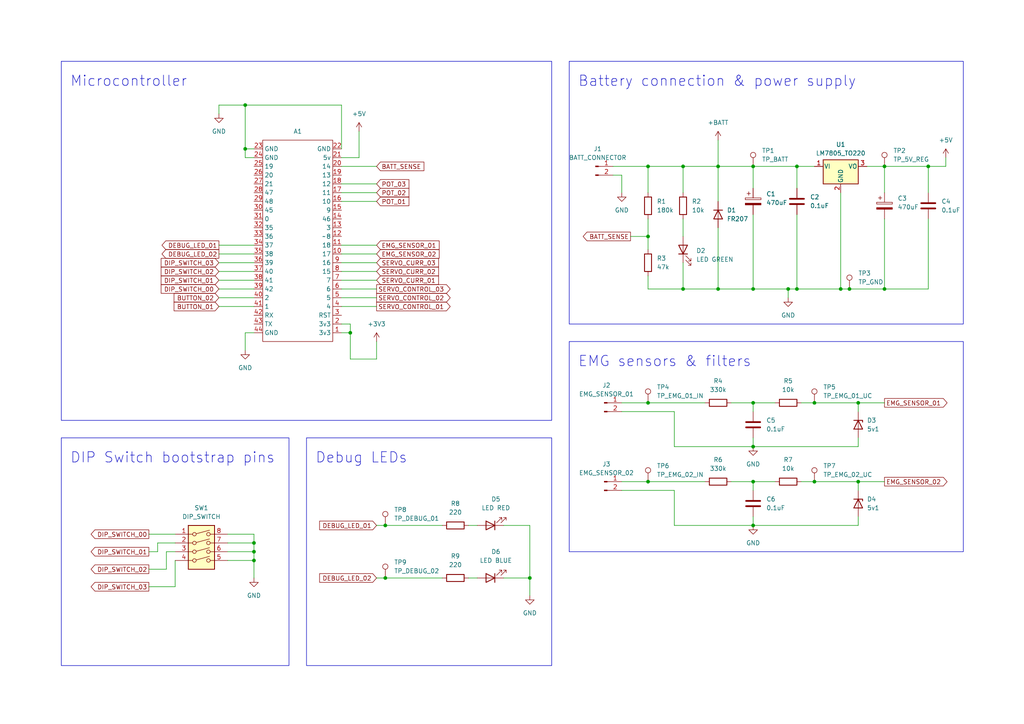
<source format=kicad_sch>
(kicad_sch (version 20230121) (generator eeschema)
  (paper "A4")
  (title_block (title "ProstheticHandV2") (date "2023-10-23") (rev "v1.0"))
  (lib_symbols
    (symbol "Connector:Conn_01x02_Pin" (pin_names (offset 1.016) hide)
      (property "Reference" "J" (at 0 2.54 0))
      (property "Value" "Conn_01x02_Pin" (at 0 -5.08 0))
      (symbol "Conn_01x02_Pin_1_1"
        (polyline (pts (xy 1.27 -2.54) (xy 0.8636 -2.54)) (stroke (width 0.1524)))
        (polyline (pts (xy 1.27 0) (xy 0.8636 0)) (stroke (width 0.1524)))
        (rectangle (start 0.8636 -2.413) (end 0 -2.667) (stroke (width 0.1524)) (fill (type outline)))
        (rectangle (start 0.8636 0.127) (end 0 -0.127) (stroke (width 0.1524)) (fill (type outline)))
        (pin passive line (at 5.08 0 180) (length 3.81) (name "Pin_1") (number "1"))
        (pin passive line (at 5.08 -2.54 180) (length 3.81) (name "Pin_2") (number "2"))
      )
    )
    (symbol "Connector:TestPoint" (pin_numbers hide) (pin_names (offset 0.762) hide)
      (property "Reference" "TP" (at 0 6.858 0))
      (property "Value" "TestPoint" (at 0 5.08 0))
      (symbol "TestPoint_0_1"
        (circle (center 0 3.302) (radius 0.762))
      )
      (symbol "TestPoint_1_1"
        (pin passive line (at 0 0 90) (length 2.54) (name "1") (number "1"))
      )
    )
    (symbol "Device:C" (pin_numbers hide) (pin_names (offset 0.254))
      (property "Reference" "C" (at 0.635 2.54 0))
      (property "Value" "C" (at 0.635 -2.54 0))
      (symbol "C_0_1"
        (polyline (pts (xy -2.032 -0.762) (xy 2.032 -0.762)) (stroke (width 0.508)))
        (polyline (pts (xy -2.032 0.762) (xy 2.032 0.762)) (stroke (width 0.508)))
      )
      (symbol "C_1_1"
        (pin passive line (at 0 3.81 270) (length 2.794) (name "~") (number "1"))
        (pin passive line (at 0 -3.81 90) (length 2.794) (name "~") (number "2"))
      )
    )
    (symbol "Device:C_Polarized" (pin_numbers hide) (pin_names (offset 0.254))
      (property "Reference" "C" (at 0.635 2.54 0))
      (property "Value" "C_Polarized" (at 0.635 -2.54 0))
      (symbol "C_Polarized_0_1"
        (rectangle (start -2.286 0.508) (end 2.286 1.016))
        (polyline (pts (xy -1.778 2.286) (xy -0.762 2.286)))
        (polyline (pts (xy -1.27 2.794) (xy -1.27 1.778)))
        (rectangle (start 2.286 -0.508) (end -2.286 -1.016) (fill (type outline)))
      )
      (symbol "C_Polarized_1_1"
        (pin passive line (at 0 3.81 270) (length 2.794) (name "~") (number "1"))
        (pin passive line (at 0 -3.81 90) (length 2.794) (name "~") (number "2"))
      )
    )
    (symbol "Device:D" (pin_numbers hide) (pin_names (offset 1.016) hide)
      (property "Reference" "D" (at 0 2.54 0))
      (property "Value" "D" (at 0 -2.54 0))
      (symbol "D_0_1"
        (polyline (pts (xy -1.27 1.27) (xy -1.27 -1.27)) (stroke (width 0.254)))
        (polyline (pts (xy 1.27 0) (xy -1.27 0)))
        (polyline (pts (xy 1.27 1.27) (xy 1.27 -1.27) (xy -1.27 0) (xy 1.27 1.27)) (stroke (width 0.254)))
      )
      (symbol "D_1_1"
        (pin passive line (at -3.81 0 0) (length 2.54) (name "K") (number "1"))
        (pin passive line (at 3.81 0 180) (length 2.54) (name "A") (number "2"))
      )
    )
    (symbol "Device:D_Zener" (pin_numbers hide) (pin_names (offset 1.016) hide)
      (property "Reference" "D" (at 0 2.54 0))
      (property "Value" "D_Zener" (at 0 -2.54 0))
      (symbol "D_Zener_0_1"
        (polyline (pts (xy 1.27 0) (xy -1.27 0)))
        (polyline (pts (xy -1.27 -1.27) (xy -1.27 1.27) (xy -0.762 1.27)) (stroke (width 0.254)))
        (polyline (pts (xy 1.27 -1.27) (xy 1.27 1.27) (xy -1.27 0) (xy 1.27 -1.27)) (stroke (width 0.254)))
      )
      (symbol "D_Zener_1_1"
        (pin passive line (at -3.81 0 0) (length 2.54) (name "K") (number "1"))
        (pin passive line (at 3.81 0 180) (length 2.54) (name "A") (number "2"))
      )
    )
    (symbol "Device:LED" (pin_numbers hide) (pin_names (offset 1.016) hide)
      (property "Reference" "D" (at 0 2.54 0))
      (property "Value" "LED" (at 0 -2.54 0))
      (symbol "LED_0_1"
        (polyline (pts (xy -1.27 -1.27) (xy -1.27 1.27)) (stroke (width 0.254)))
        (polyline (pts (xy -1.27 0) (xy 1.27 0)))
        (polyline (pts (xy 1.27 -1.27) (xy 1.27 1.27) (xy -1.27 0) (xy 1.27 -1.27)) (stroke (width 0.254)))
        (polyline (pts (xy -3.048 -0.762) (xy -4.572 -2.286) (xy -3.81 -2.286) (xy -4.572 -2.286) (xy -4.572 -1.524)))
        (polyline (pts (xy -1.778 -0.762) (xy -3.302 -2.286) (xy -2.54 -2.286) (xy -3.302 -2.286) (xy -3.302 -1.524)))
      )
      (symbol "LED_1_1"
        (pin passive line (at -3.81 0 0) (length 2.54) (name "K") (number "1"))
        (pin passive line (at 3.81 0 180) (length 2.54) (name "A") (number "2"))
      )
    )
    (symbol "Device:R" (pin_numbers hide) (pin_names (offset 0))
      (property "Reference" "R" (at 2.032 0 90))
      (property "Value" "R" (at 0 0 90))
      (symbol "R_0_1"
        (rectangle (start -1.016 -2.54) (end 1.016 2.54) (stroke (width 0.254)))
      )
      (symbol "R_1_1"
        (pin passive line (at 0 3.81 270) (length 1.27) (name "~") (number "1"))
        (pin passive line (at 0 -3.81 90) (length 1.27) (name "~") (number "2"))
      )
    )
    (symbol "MyLibrary:ESP32_S3_DevBoard"
      (property "Reference" "A" (at 0 2.54 0))
      (symbol "ESP32_S3_DevBoard_0_1"
        (rectangle (start -10.16 27.94) (end 10.16 -30.48))
      )
      (symbol "ESP32_S3_DevBoard_1_1"
        (pin input line (at 12.7 -27.94 180) (length 2.54) (name "3v3") (number "1"))
        (pin input line (at 12.7 -5.08 180) (length 2.54) (name "17") (number "10"))
        (pin input line (at 12.7 -2.54 180) (length 2.54) (name "18") (number "11"))
        (pin input line (at 12.7 0 180) (length 2.54) (name "8") (number "12"))
        (pin input line (at 12.7 2.54 180) (length 2.54) (name "3") (number "13"))
        (pin input line (at 12.7 5.08 180) (length 2.54) (name "46") (number "14"))
        (pin input line (at 12.7 7.62 180) (length 2.54) (name "9") (number "15"))
        (pin input line (at 12.7 10.16 180) (length 2.54) (name "10") (number "16"))
        (pin input line (at 12.7 12.7 180) (length 2.54) (name "11") (number "17"))
        (pin input line (at 12.7 15.24 180) (length 2.54) (name "12") (number "18"))
        (pin input line (at 12.7 17.78 180) (length 2.54) (name "13") (number "19"))
        (pin input line (at 12.7 -25.4 180) (length 2.54) (name "3v3") (number "2"))
        (pin input line (at 12.7 20.32 180) (length 2.54) (name "14") (number "20"))
        (pin input line (at 12.7 22.86 180) (length 2.54) (name "5v") (number "21"))
        (pin input line (at 12.7 25.4 180) (length 2.54) (name "GND") (number "22"))
        (pin input line (at -12.7 25.4 0) (length 2.54) (name "GND") (number "23"))
        (pin input line (at -12.7 22.86 0) (length 2.54) (name "GND") (number "24"))
        (pin input line (at -12.7 20.32 0) (length 2.54) (name "19") (number "25"))
        (pin input line (at -12.7 17.78 0) (length 2.54) (name "20") (number "26"))
        (pin input line (at -12.7 15.24 0) (length 2.54) (name "21") (number "27"))
        (pin input line (at -12.7 12.7 0) (length 2.54) (name "47") (number "28"))
        (pin input line (at -12.7 10.16 0) (length 2.54) (name "48") (number "29"))
        (pin input line (at 12.7 -22.86 180) (length 2.54) (name "RST") (number "3"))
        (pin input line (at -12.7 7.62 0) (length 2.54) (name "45") (number "30"))
        (pin input line (at -12.7 5.08 0) (length 2.54) (name "0") (number "31"))
        (pin input line (at -12.7 2.54 0) (length 2.54) (name "35") (number "32"))
        (pin input line (at -12.7 0 0) (length 2.54) (name "36") (number "33"))
        (pin input line (at -12.7 -2.54 0) (length 2.54) (name "37") (number "34"))
        (pin input line (at -12.7 -5.08 0) (length 2.54) (name "38") (number "35"))
        (pin input line (at -12.7 -7.62 0) (length 2.54) (name "39") (number "36"))
        (pin input line (at -12.7 -10.16 0) (length 2.54) (name "40") (number "37"))
        (pin input line (at -12.7 -12.7 0) (length 2.54) (name "41") (number "38"))
        (pin input line (at -12.7 -15.24 0) (length 2.54) (name "42") (number "39"))
        (pin input line (at 12.7 -20.32 180) (length 2.54) (name "4") (number "4"))
        (pin input line (at -12.7 -17.78 0) (length 2.54) (name "2") (number "40"))
        (pin input line (at -12.7 -20.32 0) (length 2.54) (name "1") (number "41"))
        (pin input line (at -12.7 -22.86 0) (length 2.54) (name "RX") (number "42"))
        (pin input line (at -12.7 -25.4 0) (length 2.54) (name "TX") (number "43"))
        (pin input line (at -12.7 -27.94 0) (length 2.54) (name "GND") (number "44"))
        (pin input line (at 12.7 -17.78 180) (length 2.54) (name "5") (number "5"))
        (pin input line (at 12.7 -15.24 180) (length 2.54) (name "6") (number "6"))
        (pin input line (at 12.7 -12.7 180) (length 2.54) (name "7") (number "7"))
        (pin input line (at 12.7 -10.16 180) (length 2.54) (name "15") (number "8"))
        (pin input line (at 12.7 -7.62 180) (length 2.54) (name "16") (number "9"))
      )
    )
    (symbol "Regulator_Linear:LM7805_TO220" (pin_names (offset 0.254))
      (property "Reference" "U" (at -3.81 3.175 0))
      (property "Value" "LM7805_TO220" (at 0 3.175 0))
      (symbol "LM7805_TO220_0_1"
        (rectangle (start -5.08 1.905) (end 5.08 -5.08) (stroke (width 0.254)) (fill (type background)))
      )
      (symbol "LM7805_TO220_1_1"
        (pin power_in line (at -7.62 0 0) (length 2.54) (name "VI") (number "1"))
        (pin power_in line (at 0 -7.62 90) (length 2.54) (name "GND") (number "2"))
        (pin power_out line (at 7.62 0 180) (length 2.54) (name "VO") (number "3"))
      )
    )
    (symbol "Switch:SW_DIP_x04" (pin_names (offset 0) hide)
      (property "Reference" "SW" (at 0 8.89 0))
      (property "Value" "SW_DIP_x04" (at 0 -6.35 0))
      (symbol "SW_DIP_x04_0_0"
        (circle (center -2.032 -2.54) (radius 0.508))
        (circle (center -2.032 0) (radius 0.508))
        (circle (center -2.032 2.54) (radius 0.508))
        (circle (center -2.032 5.08) (radius 0.508))
        (polyline (pts (xy -1.524 -2.3876) (xy 2.3622 -1.3462)))
        (polyline (pts (xy -1.524 0.127) (xy 2.3622 1.1684)))
        (polyline (pts (xy -1.524 2.667) (xy 2.3622 3.7084)))
        (polyline (pts (xy -1.524 5.207) (xy 2.3622 6.2484)))
        (circle (center 2.032 -2.54) (radius 0.508))
        (circle (center 2.032 0) (radius 0.508))
        (circle (center 2.032 2.54) (radius 0.508))
        (circle (center 2.032 5.08) (radius 0.508))
      )
      (symbol "SW_DIP_x04_0_1"
        (rectangle (start -3.81 7.62) (end 3.81 -5.08) (stroke (width 0.254)) (fill (type background)))
      )
      (symbol "SW_DIP_x04_1_1"
        (pin passive line (at -7.62 5.08 0) (length 5.08) (name "~") (number "1"))
        (pin passive line (at -7.62 2.54 0) (length 5.08) (name "~") (number "2"))
        (pin passive line (at -7.62 0 0) (length 5.08) (name "~") (number "3"))
        (pin passive line (at -7.62 -2.54 0) (length 5.08) (name "~") (number "4"))
        (pin passive line (at 7.62 -2.54 180) (length 5.08) (name "~") (number "5"))
        (pin passive line (at 7.62 0 180) (length 5.08) (name "~") (number "6"))
        (pin passive line (at 7.62 2.54 180) (length 5.08) (name "~") (number "7"))
        (pin passive line (at 7.62 5.08 180) (length 5.08) (name "~") (number "8"))
      )
    )
    (symbol "power:+3V3" (power) (pin_names (offset 0))
      (property "Value" "+3V3" (at 0 3.556 0))
      (symbol "+3V3_0_1"
        (polyline (pts (xy -0.762 1.27) (xy 0 2.54)))
        (polyline (pts (xy 0 0) (xy 0 2.54)))
        (polyline (pts (xy 0 2.54) (xy 0.762 1.27)))
      )
      (symbol "+3V3_1_1"
        (pin power_in line (at 0 0 90) (length 0) hide (name "+3V3") (number "1"))
      )
    )
    (symbol "power:+5V" (power) (pin_names (offset 0))
      (property "Value" "+5V" (at 0 3.556 0))
      (symbol "+5V_0_1"
        (polyline (pts (xy -0.762 1.27) (xy 0 2.54)))
        (polyline (pts (xy 0 0) (xy 0 2.54)))
        (polyline (pts (xy 0 2.54) (xy 0.762 1.27)))
      )
      (symbol "+5V_1_1"
        (pin power_in line (at 0 0 90) (length 0) hide (name "+5V") (number "1"))
      )
    )
    (symbol "power:+BATT" (power) (pin_names (offset 0))
      (property "Value" "+BATT" (at 0 3.556 0))
      (symbol "+BATT_0_1"
        (polyline (pts (xy -0.762 1.27) (xy 0 2.54)))
        (polyline (pts (xy 0 0) (xy 0 2.54)))
        (polyline (pts (xy 0 2.54) (xy 0.762 1.27)))
      )
      (symbol "+BATT_1_1"
        (pin power_in line (at 0 0 90) (length 0) hide (name "+BATT") (number "1"))
      )
    )
    (symbol "power:GND" (power) (pin_names (offset 0))
      (property "Value" "GND" (at 0 -3.81 0))
      (symbol "GND_0_1"
        (polyline (pts (xy 0 0) (xy 0 -1.27) (xy 1.27 -1.27) (xy 0 -2.54) (xy -1.27 -1.27) (xy 0 -1.27)))
      )
      (symbol "GND_1_1"
        (pin power_in line (at 0 0 270) (length 0) hide (name "GND") (number "1"))
      )
    )
  )
  (junction (at 236.22 116.84))
  (junction (at 218.44 116.84))
  (junction (at 218.44 139.7))
  (junction (at 243.84 83.82))
  (junction (at 73.66 157.48))
  (junction (at 218.44 152.4))
  (junction (at 228.6 83.82))
  (junction (at 269.24 48.26))
  (junction (at 208.28 83.82))
  (junction (at 187.96 48.26))
  (junction (at 71.12 43.18))
  (junction (at 256.54 48.26))
  (junction (at 111.76 167.64))
  (junction (at 198.12 48.26))
  (junction (at 218.44 83.82))
  (junction (at 208.28 48.26))
  (junction (at 71.12 30.48))
  (junction (at 231.14 83.82))
  (junction (at 111.76 152.4))
  (junction (at 231.14 48.26))
  (junction (at 153.67 167.64))
  (junction (at 187.96 139.7))
  (junction (at 73.66 162.56))
  (junction (at 256.54 83.82))
  (junction (at 236.22 139.7))
  (junction (at 218.44 129.54))
  (junction (at 246.38 83.82))
  (junction (at 187.96 68.58))
  (junction (at 198.12 83.82))
  (junction (at 101.6 96.52))
  (junction (at 218.44 48.26))
  (junction (at 248.92 139.7))
  (junction (at 248.92 116.84))
  (junction (at 73.66 160.02))
  (junction (at 187.96 116.84))
  (wire (pts (xy 248.92 152.4) (xy 248.92 149.86)))
  (wire (pts (xy 99.06 45.72) (xy 104.14 45.72)))
  (wire (pts (xy 66.04 162.56) (xy 73.66 162.56)))
  (wire (pts (xy 218.44 129.54) (xy 248.92 129.54)))
  (wire (pts (xy 218.44 116.84) (xy 218.44 119.38)))
  (wire (pts (xy 228.6 83.82) (xy 218.44 83.82)))
  (wire (pts (xy 63.5 78.74) (xy 73.66 78.74)))
  (wire (pts (xy 180.34 139.7) (xy 187.96 139.7)))
  (wire (pts (xy 208.28 58.42) (xy 208.28 48.26)))
  (wire (pts (xy 73.66 96.52) (xy 71.12 96.52)))
  (wire (pts (xy 63.5 76.2) (xy 73.66 76.2)))
  (wire (pts (xy 71.12 96.52) (xy 71.12 101.6)))
  (wire (pts (xy 248.92 116.84) (xy 248.92 119.38)))
  (wire (pts (xy 99.06 58.42) (xy 109.22 58.42)))
  (wire (pts (xy 99.06 93.98) (xy 101.6 93.98)))
  (wire (pts (xy 111.76 167.64) (xy 128.27 167.64)))
  (wire (pts (xy 251.46 48.26) (xy 256.54 48.26)))
  (wire (pts (xy 109.22 99.06) (xy 109.22 104.14)))
  (wire (pts (xy 177.8 48.26) (xy 187.96 48.26)))
  (wire (pts (xy 48.26 165.1) (xy 48.26 160.02)))
  (wire (pts (xy 71.12 43.18) (xy 71.12 30.48)))
  (wire (pts (xy 146.05 167.64) (xy 153.67 167.64)))
  (wire (pts (xy 99.06 86.36) (xy 109.22 86.36)))
  (wire (pts (xy 73.66 162.56) (xy 73.66 167.64)))
  (wire (pts (xy 208.28 48.26) (xy 218.44 48.26)))
  (wire (pts (xy 248.92 129.54) (xy 248.92 127)))
  (wire (pts (xy 99.06 76.2) (xy 109.22 76.2)))
  (wire (pts (xy 195.58 142.24) (xy 195.58 152.4)))
  (wire (pts (xy 236.22 116.84) (xy 248.92 116.84)))
  (wire (pts (xy 109.22 152.4) (xy 111.76 152.4)))
  (wire (pts (xy 109.22 167.64) (xy 111.76 167.64)))
  (wire (pts (xy 66.04 157.48) (xy 73.66 157.48)))
  (wire (pts (xy 63.5 86.36) (xy 73.66 86.36)))
  (wire (pts (xy 195.58 152.4) (xy 218.44 152.4)))
  (wire (pts (xy 43.18 165.1) (xy 48.26 165.1)))
  (wire (pts (xy 187.96 139.7) (xy 204.47 139.7)))
  (wire (pts (xy 73.66 157.48) (xy 73.66 160.02)))
  (wire (pts (xy 236.22 139.7) (xy 248.92 139.7)))
  (wire (pts (xy 99.06 96.52) (xy 101.6 96.52)))
  (wire (pts (xy 104.14 45.72) (xy 104.14 38.1)))
  (wire (pts (xy 212.09 139.7) (xy 218.44 139.7)))
  (wire (pts (xy 43.18 154.94) (xy 50.8 154.94)))
  (wire (pts (xy 63.5 81.28) (xy 73.66 81.28)))
  (wire (pts (xy 248.92 116.84) (xy 256.54 116.84)))
  (wire (pts (xy 73.66 45.72) (xy 71.12 45.72)))
  (wire (pts (xy 218.44 116.84) (xy 224.79 116.84)))
  (wire (pts (xy 195.58 119.38) (xy 195.58 129.54)))
  (wire (pts (xy 198.12 48.26) (xy 208.28 48.26)))
  (wire (pts (xy 256.54 48.26) (xy 269.24 48.26)))
  (wire (pts (xy 218.44 62.23) (xy 218.44 83.82)))
  (wire (pts (xy 274.32 48.26) (xy 274.32 45.72)))
  (wire (pts (xy 231.14 48.26) (xy 236.22 48.26)))
  (wire (pts (xy 99.06 48.26) (xy 109.22 48.26)))
  (wire (pts (xy 256.54 48.26) (xy 256.54 55.88)))
  (wire (pts (xy 177.8 50.8) (xy 180.34 50.8)))
  (wire (pts (xy 218.44 139.7) (xy 224.79 139.7)))
  (wire (pts (xy 63.5 71.12) (xy 73.66 71.12)))
  (wire (pts (xy 218.44 139.7) (xy 218.44 142.24)))
  (wire (pts (xy 269.24 63.5) (xy 269.24 83.82)))
  (wire (pts (xy 63.5 83.82) (xy 73.66 83.82)))
  (wire (pts (xy 153.67 167.64) (xy 153.67 172.72)))
  (wire (pts (xy 187.96 80.01) (xy 187.96 83.82)))
  (wire (pts (xy 187.96 68.58) (xy 187.96 72.39)))
  (wire (pts (xy 43.18 170.18) (xy 50.8 170.18)))
  (wire (pts (xy 73.66 154.94) (xy 73.66 157.48)))
  (wire (pts (xy 195.58 129.54) (xy 218.44 129.54)))
  (wire (pts (xy 208.28 83.82) (xy 218.44 83.82)))
  (wire (pts (xy 246.38 83.82) (xy 256.54 83.82)))
  (wire (pts (xy 99.06 83.82) (xy 109.22 83.82)))
  (wire (pts (xy 63.5 73.66) (xy 73.66 73.66)))
  (wire (pts (xy 218.44 152.4) (xy 218.44 149.86)))
  (wire (pts (xy 198.12 63.5) (xy 198.12 68.58)))
  (wire (pts (xy 101.6 96.52) (xy 101.6 104.14)))
  (wire (pts (xy 99.06 71.12) (xy 109.22 71.12)))
  (wire (pts (xy 111.76 152.4) (xy 128.27 152.4)))
  (wire (pts (xy 63.5 88.9) (xy 73.66 88.9)))
  (wire (pts (xy 232.41 116.84) (xy 236.22 116.84)))
  (wire (pts (xy 180.34 116.84) (xy 187.96 116.84)))
  (wire (pts (xy 218.44 129.54) (xy 218.44 127)))
  (wire (pts (xy 218.44 152.4) (xy 248.92 152.4)))
  (wire (pts (xy 187.96 63.5) (xy 187.96 68.58)))
  (wire (pts (xy 101.6 104.14) (xy 109.22 104.14)))
  (wire (pts (xy 187.96 48.26) (xy 198.12 48.26)))
  (wire (pts (xy 99.06 78.74) (xy 109.22 78.74)))
  (wire (pts (xy 71.12 43.18) (xy 73.66 43.18)))
  (wire (pts (xy 208.28 66.04) (xy 208.28 83.82)))
  (wire (pts (xy 248.92 139.7) (xy 256.54 139.7)))
  (wire (pts (xy 135.89 152.4) (xy 138.43 152.4)))
  (wire (pts (xy 45.72 157.48) (xy 50.8 157.48)))
  (wire (pts (xy 146.05 152.4) (xy 153.67 152.4)))
  (wire (pts (xy 66.04 160.02) (xy 73.66 160.02)))
  (wire (pts (xy 187.96 48.26) (xy 187.96 55.88)))
  (wire (pts (xy 269.24 83.82) (xy 256.54 83.82)))
  (wire (pts (xy 228.6 83.82) (xy 228.6 86.36)))
  (wire (pts (xy 99.06 55.88) (xy 109.22 55.88)))
  (wire (pts (xy 66.04 154.94) (xy 73.66 154.94)))
  (wire (pts (xy 269.24 48.26) (xy 269.24 55.88)))
  (wire (pts (xy 208.28 40.64) (xy 208.28 48.26)))
  (wire (pts (xy 231.14 83.82) (xy 228.6 83.82)))
  (wire (pts (xy 45.72 160.02) (xy 45.72 157.48)))
  (wire (pts (xy 63.5 30.48) (xy 63.5 33.02)))
  (wire (pts (xy 71.12 30.48) (xy 99.06 30.48)))
  (wire (pts (xy 153.67 152.4) (xy 153.67 167.64)))
  (wire (pts (xy 182.88 68.58) (xy 187.96 68.58)))
  (wire (pts (xy 218.44 48.26) (xy 218.44 54.61)))
  (wire (pts (xy 63.5 30.48) (xy 71.12 30.48)))
  (wire (pts (xy 248.92 139.7) (xy 248.92 142.24)))
  (wire (pts (xy 198.12 48.26) (xy 198.12 55.88)))
  (wire (pts (xy 180.34 50.8) (xy 180.34 55.88)))
  (wire (pts (xy 101.6 93.98) (xy 101.6 96.52)))
  (wire (pts (xy 48.26 160.02) (xy 50.8 160.02)))
  (wire (pts (xy 187.96 83.82) (xy 198.12 83.82)))
  (wire (pts (xy 231.14 48.26) (xy 231.14 54.61)))
  (wire (pts (xy 256.54 83.82) (xy 256.54 63.5)))
  (wire (pts (xy 198.12 76.2) (xy 198.12 83.82)))
  (wire (pts (xy 243.84 55.88) (xy 243.84 83.82)))
  (wire (pts (xy 180.34 119.38) (xy 195.58 119.38)))
  (wire (pts (xy 135.89 167.64) (xy 138.43 167.64)))
  (wire (pts (xy 187.96 116.84) (xy 204.47 116.84)))
  (wire (pts (xy 99.06 53.34) (xy 109.22 53.34)))
  (wire (pts (xy 99.06 30.48) (xy 99.06 43.18)))
  (wire (pts (xy 243.84 83.82) (xy 246.38 83.82)))
  (wire (pts (xy 71.12 45.72) (xy 71.12 43.18)))
  (wire (pts (xy 99.06 81.28) (xy 109.22 81.28)))
  (wire (pts (xy 43.18 160.02) (xy 45.72 160.02)))
  (wire (pts (xy 99.06 88.9) (xy 109.22 88.9)))
  (wire (pts (xy 243.84 83.82) (xy 231.14 83.82)))
  (wire (pts (xy 269.24 48.26) (xy 274.32 48.26)))
  (wire (pts (xy 232.41 139.7) (xy 236.22 139.7)))
  (wire (pts (xy 99.06 73.66) (xy 109.22 73.66)))
  (wire (pts (xy 212.09 116.84) (xy 218.44 116.84)))
  (wire (pts (xy 231.14 62.23) (xy 231.14 83.82)))
  (wire (pts (xy 180.34 142.24) (xy 195.58 142.24)))
  (wire (pts (xy 218.44 48.26) (xy 231.14 48.26)))
  (wire (pts (xy 198.12 83.82) (xy 208.28 83.82)))
  (wire (pts (xy 50.8 170.18) (xy 50.8 162.56)))
  (wire (pts (xy 73.66 160.02) (xy 73.66 162.56)))
  (rectangle (start 165.1 17.78) (end 279.4 93.98))
  (rectangle (start 165.1 99.06) (end 279.4 160.02))
  (rectangle (start 17.78 127) (end 83.82 193.04))
  (rectangle (start 17.78 17.78) (end 160.02 121.92))
  (rectangle (start 88.9 127) (end 160.02 193.04))
  (text "Battery connection & power supply" (at 167.64 25.4 0) (effects (font (size 3 3)) (justify left bottom)))
  (text "Debug LEDs" (at 91.44 134.62 0) (effects (font (size 3 3)) (justify left bottom)))
  (text "Microcontroller" (at 20.32 25.4 0) (effects (font (size 3 3)) (justify left bottom)))
  (text "DIP Switch bootstrap pins" (at 20.32 134.62 0) (effects (font (size 3 3)) (justify left bottom)))
  (text "EMG sensors & filters" (at 167.64 106.68 0) (effects (font (size 3 3)) (justify left bottom)))
  (global_label "EMG_SENSOR_02" (shape output) (at 256.54 139.7 0) (property "Intersheetrefs" "${INTERSHEET_REFS}" (effects hide)))
  (global_label "EMG_SENSOR_01" (shape input) (at 109.22 71.12 0) (property "Intersheetrefs" "${INTERSHEET_REFS}" (effects hide)))
  (global_label "POT_01" (shape input) (at 109.22 58.42 0) (property "Intersheetrefs" "${INTERSHEET_REFS}" (effects hide)))
  (global_label "DIP_SWITCH_00" (shape output) (at 43.18 154.94 180) (property "Intersheetrefs" "${INTERSHEET_REFS}" (effects hide)))
  (global_label "DIP_SWITCH_00" (shape input) (at 63.5 83.82 180) (property "Intersheetrefs" "${INTERSHEET_REFS}" (effects hide)))
  (global_label "BUTTON_01" (shape input) (at 63.5 88.9 180) (property "Intersheetrefs" "${INTERSHEET_REFS}" (effects hide)))
  (global_label "SERVO_CURR_02" (shape input) (at 109.22 78.74 0) (property "Intersheetrefs" "${INTERSHEET_REFS}" (effects hide)))
  (global_label "SERVO_CURR_03" (shape input) (at 109.22 76.2 0) (property "Intersheetrefs" "${INTERSHEET_REFS}" (effects hide)))
  (global_label "DIP_SWITCH_02" (shape output) (at 43.18 165.1 180) (property "Intersheetrefs" "${INTERSHEET_REFS}" (effects hide)))
  (global_label "BATT_SENSE" (shape input) (at 109.22 48.26 0) (property "Intersheetrefs" "${INTERSHEET_REFS}" (effects hide)))
  (global_label "SERVO_CURR_01" (shape input) (at 109.22 81.28 0) (property "Intersheetrefs" "${INTERSHEET_REFS}" (effects hide)))
  (global_label "DIP_SWITCH_02" (shape input) (at 63.5 78.74 180) (property "Intersheetrefs" "${INTERSHEET_REFS}" (effects hide)))
  (global_label "POT_02" (shape input) (at 109.22 55.88 0) (property "Intersheetrefs" "${INTERSHEET_REFS}" (effects hide)))
  (global_label "DIP_SWITCH_03" (shape output) (at 43.18 170.18 180) (property "Intersheetrefs" "${INTERSHEET_REFS}" (effects hide)))
  (global_label "DEBUG_LED_01" (shape input) (at 109.22 152.4 180) (property "Intersheetrefs" "${INTERSHEET_REFS}" (effects hide)))
  (global_label "DEBUG_LED_02" (shape input) (at 109.22 167.64 180) (property "Intersheetrefs" "${INTERSHEET_REFS}" (effects hide)))
  (global_label "BUTTON_02" (shape input) (at 63.5 86.36 180) (property "Intersheetrefs" "${INTERSHEET_REFS}" (effects hide)))
  (global_label "DIP_SWITCH_01" (shape input) (at 63.5 81.28 180) (property "Intersheetrefs" "${INTERSHEET_REFS}" (effects hide)))
  (global_label "EMG_SENSOR_01" (shape output) (at 256.54 116.84 0) (property "Intersheetrefs" "${INTERSHEET_REFS}" (effects hide)))
  (global_label "DIP_SWITCH_03" (shape input) (at 63.5 76.2 180) (property "Intersheetrefs" "${INTERSHEET_REFS}" (effects hide)))
  (global_label "EMG_SENSOR_02" (shape input) (at 109.22 73.66 0) (property "Intersheetrefs" "${INTERSHEET_REFS}" (effects hide)))
  (global_label "SERVO_CONTROL_01" (shape output) (at 109.22 88.9 0) (property "Intersheetrefs" "${INTERSHEET_REFS}" (effects hide)))
  (global_label "DEBUG_LED_02" (shape output) (at 63.5 73.66 180) (property "Intersheetrefs" "${INTERSHEET_REFS}" (effects hide)))
  (global_label "POT_03" (shape input) (at 109.22 53.34 0) (property "Intersheetrefs" "${INTERSHEET_REFS}" (effects hide)))
  (global_label "DEBUG_LED_01" (shape output) (at 63.5 71.12 180) (property "Intersheetrefs" "${INTERSHEET_REFS}" (effects hide)))
  (global_label "BATT_SENSE" (shape output) (at 182.88 68.58 180) (property "Intersheetrefs" "${INTERSHEET_REFS}" (effects hide)))
  (global_label "DIP_SWITCH_01" (shape output) (at 43.18 160.02 180) (property "Intersheetrefs" "${INTERSHEET_REFS}" (effects hide)))
  (global_label "SERVO_CONTROL_03" (shape output) (at 109.22 83.82 0) (property "Intersheetrefs" "${INTERSHEET_REFS}" (effects hide)))
  (global_label "SERVO_CONTROL_02" (shape output) (at 109.22 86.36 0) (property "Intersheetrefs" "${INTERSHEET_REFS}" (effects hide)))
  (symbol (lib_id "Device:C_Polarized") (at 218.44 58.42 0) (unit 1)
    (property "Reference" "C1" (at 222.25 56.261 0) (effects (justify left)))
    (property "Value" "470uF" (at 222.25 58.801 0) (effects (justify left)))
    (property "Footprint" "Capacitor_THT:CP_Radial_D8.0mm_P3.50mm" (effects hide))
  )
  (symbol (lib_id "power:GND") (at 228.6 86.36 0) (unit 1)
    (property "Reference" "#PWR06" (effects hide))
    (property "Value" "GND" (at 228.6 91.44 0))
  )
  (symbol (lib_id "Device:D_Zener") (at 248.92 123.19 270) (unit 1)
    (property "Reference" "D3" (at 251.46 121.92 90) (effects (justify left)))
    (property "Value" "5v1" (at 251.46 124.46 90) (effects (justify left)))
    (property "Footprint" "Diode_THT:D_T-1_P5.08mm_Horizontal" (effects hide))
  )
  (symbol (lib_id "power:+5V") (at 274.32 45.72 0) (unit 1)
    (property "Reference" "#PWR04" (effects hide))
    (property "Value" "+5V" (at 274.32 40.64 0))
  )
  (symbol (lib_id "power:GND") (at 218.44 129.54 0) (unit 1)
    (property "Reference" "#PWR09" (effects hide))
    (property "Value" "GND" (at 218.44 134.62 0))
  )
  (symbol (lib_id "Switch:SW_DIP_x04") (at 58.42 160.02 0) (unit 1)
    (property "Reference" "SW1" (at 58.42 147.32 0))
    (property "Value" "DIP_SWITCH" (at 58.42 149.86 0))
    (property "Footprint" "Button_Switch_THT:SW_DIP_SPSTx04_Slide_9.78x12.34mm_W7.62mm_P2.54mm" (effects hide))
  )
  (symbol (lib_id "Device:C") (at 269.24 59.69 0) (unit 1)
    (property "Reference" "C4" (at 273.05 58.42 0) (effects (justify left)))
    (property "Value" "0.1uF" (at 273.05 60.96 0) (effects (justify left)))
    (property "Footprint" "Capacitor_THT:C_Disc_D3.8mm_W2.6mm_P2.50mm" (effects hide))
  )
  (symbol (lib_id "power:+5V") (at 104.14 38.1 0) (unit 1)
    (property "Reference" "#PWR02" (effects hide))
    (property "Value" "+5V" (at 104.14 33.02 0))
  )
  (symbol (lib_id "Device:R") (at 228.6 139.7 270) (unit 1)
    (property "Reference" "R7" (at 228.6 133.35 90))
    (property "Value" "10k" (at 228.6 135.89 90))
    (property "Footprint" "Resistor_THT:R_Axial_DIN0207_L6.3mm_D2.5mm_P7.62mm_Horizontal" (effects hide))
  )
  (symbol (lib_id "Device:LED") (at 142.24 152.4 180) (unit 1)
    (property "Reference" "D5" (at 143.8275 144.78 0))
    (property "Value" "LED RED" (at 143.8275 147.32 0))
    (property "Footprint" "LED_THT:LED_D5.0mm" (effects hide))
  )
  (symbol (lib_id "power:GND") (at 71.12 101.6 0) (unit 1)
    (property "Reference" "#PWR08" (effects hide))
    (property "Value" "GND" (at 71.12 106.68 0))
  )
  (symbol (lib_id "power:GND") (at 218.44 152.4 0) (unit 1)
    (property "Reference" "#PWR010" (effects hide))
    (property "Value" "GND" (at 218.44 157.48 0))
  )
  (symbol (lib_id "Device:R") (at 198.12 59.69 0) (unit 1)
    (property "Reference" "R2" (at 200.66 58.42 0) (effects (justify left)))
    (property "Value" "10k" (at 200.66 60.96 0) (effects (justify left)))
    (property "Footprint" "Resistor_THT:R_Axial_DIN0207_L6.3mm_D2.5mm_P7.62mm_Horizontal" (effects hide))
  )
  (symbol (lib_id "Regulator_Linear:LM7805_TO220") (at 243.84 48.26 0) (unit 1)
    (property "Reference" "U1" (at 243.84 41.91 0))
    (property "Value" "LM7805_TO220" (at 243.84 44.45 0))
    (property "Footprint" "Package_TO_SOT_THT:TO-220-3_Vertical" (effects hide))
    (property "Datasheet" "https://www.onsemi.cn/PowerSolutions/document/MC7800-D.PDF" (effects hide))
  )
  (symbol (lib_id "Device:R") (at 187.96 59.69 0) (unit 1)
    (property "Reference" "R1" (at 190.5 58.42 0) (effects (justify left)))
    (property "Value" "180k" (at 190.5 60.96 0) (effects (justify left)))
    (property "Footprint" "Resistor_THT:R_Axial_DIN0207_L6.3mm_D2.5mm_P7.62mm_Horizontal" (effects hide))
  )
  (symbol (lib_id "Connector:TestPoint") (at 111.76 167.64 0) (unit 1)
    (property "Reference" "TP9" (at 114.3 163.068 0) (effects (justify left)))
    (property "Value" "TP_DEBUG_02" (at 114.3 165.608 0) (effects (justify left)))
    (property "Footprint" "TestPoint:TestPoint_Pad_D2.5mm" (effects hide))
  )
  (symbol (lib_id "Device:D") (at 208.28 62.23 270) (unit 1)
    (property "Reference" "D1" (at 210.82 60.96 90) (effects (justify left)))
    (property "Value" "FR207" (at 210.82 63.5 90) (effects (justify left)))
    (property "Footprint" "Diode_THT:D_DO-15_P12.70mm_Horizontal" (effects hide))
    (property "Sim.Device" "D" (effects hide))
    (property "Sim.Pins" "1=K 2=A" (effects hide))
  )
  (symbol (lib_id "MyLibrary:ESP32_S3_DevBoard") (at 86.36 68.58 0) (unit 1)
    (property "Reference" "A1" (at 86.36 38.1 0))
    (property "Value" "~" (at 93.98 68.58 0))
    (property "Footprint" "FootprintLibrary:ESP32S3_DevModule" (effects hide))
  )
  (symbol (lib_id "power:GND") (at 73.66 167.64 0) (unit 1)
    (property "Reference" "#PWR011" (effects hide))
    (property "Value" "GND" (at 73.66 172.72 0))
  )
  (symbol (lib_id "Device:LED") (at 142.24 167.64 180) (unit 1)
    (property "Reference" "D6" (at 143.8275 160.02 0))
    (property "Value" "LED BLUE" (at 143.8275 162.56 0))
    (property "Footprint" "LED_THT:LED_D5.0mm" (effects hide))
  )
  (symbol (lib_id "Device:R") (at 208.28 139.7 270) (unit 1)
    (property "Reference" "R6" (at 208.28 133.35 90))
    (property "Value" "330k" (at 208.28 135.89 90))
    (property "Footprint" "Resistor_THT:R_Axial_DIN0207_L6.3mm_D2.5mm_P7.62mm_Horizontal" (effects hide))
  )
  (symbol (lib_id "Device:C") (at 218.44 146.05 0) (unit 1)
    (property "Reference" "C6" (at 222.25 144.78 0) (effects (justify left)))
    (property "Value" "0.1uF" (at 222.25 147.32 0) (effects (justify left)))
    (property "Footprint" "Capacitor_THT:C_Disc_D3.8mm_W2.6mm_P2.50mm" (effects hide))
  )
  (symbol (lib_id "Device:C_Polarized") (at 256.54 59.69 0) (unit 1)
    (property "Reference" "C3" (at 260.35 57.531 0) (effects (justify left)))
    (property "Value" "470uF" (at 260.35 60.071 0) (effects (justify left)))
    (property "Footprint" "Capacitor_THT:CP_Radial_D8.0mm_P3.50mm" (effects hide))
  )
  (symbol (lib_id "Connector:TestPoint") (at 187.96 139.7 0) (unit 1)
    (property "Reference" "TP6" (at 190.5 135.128 0) (effects (justify left)))
    (property "Value" "TP_EMG_02_IN" (at 190.5 137.668 0) (effects (justify left)))
    (property "Footprint" "TestPoint:TestPoint_Pad_D2.5mm" (effects hide))
  )
  (symbol (lib_id "Device:R") (at 187.96 76.2 0) (unit 1)
    (property "Reference" "R3" (at 190.5 74.93 0) (effects (justify left)))
    (property "Value" "47k" (at 190.5 77.47 0) (effects (justify left)))
    (property "Footprint" "Resistor_THT:R_Axial_DIN0207_L6.3mm_D2.5mm_P7.62mm_Horizontal" (effects hide))
  )
  (symbol (lib_id "Device:D_Zener") (at 248.92 146.05 270) (unit 1)
    (property "Reference" "D4" (at 251.46 144.78 90) (effects (justify left)))
    (property "Value" "5v1" (at 251.46 147.32 90) (effects (justify left)))
    (property "Footprint" "Diode_THT:D_T-1_P5.08mm_Horizontal" (effects hide))
  )
  (symbol (lib_id "power:GND") (at 63.5 33.02 0) (unit 1)
    (property "Reference" "#PWR01" (effects hide))
    (property "Value" "GND" (at 63.5 38.1 0))
  )
  (symbol (lib_id "power:+BATT") (at 208.28 40.64 0) (unit 1)
    (property "Reference" "#PWR03" (effects hide))
    (property "Value" "+BATT" (at 208.28 35.56 0))
  )
  (symbol (lib_id "power:GND") (at 153.67 172.72 0) (unit 1)
    (property "Reference" "#PWR012" (effects hide))
    (property "Value" "GND" (at 153.67 177.8 0))
  )
  (symbol (lib_id "Connector:TestPoint") (at 236.22 139.7 0) (unit 1)
    (property "Reference" "TP7" (at 238.76 135.128 0) (effects (justify left)))
    (property "Value" "TP_EMG_02_UC" (at 238.76 137.668 0) (effects (justify left)))
    (property "Footprint" "TestPoint:TestPoint_Pad_D2.5mm" (effects hide))
  )
  (symbol (lib_id "Connector:Conn_01x02_Pin") (at 172.72 48.26 0) (unit 1)
    (property "Reference" "J1" (at 173.355 43.18 0))
    (property "Value" "BATT_CONNECTOR" (at 173.355 45.72 0))
    (property "Footprint" "Connector_JST:JST_XA_B02B-XASK-1_1x02_P2.50mm_Vertical" (effects hide))
  )
  (symbol (lib_id "Connector:TestPoint") (at 236.22 116.84 0) (unit 1)
    (property "Reference" "TP5" (at 238.76 112.268 0) (effects (justify left)))
    (property "Value" "TP_EMG_01_UC" (at 238.76 114.808 0) (effects (justify left)))
    (property "Footprint" "TestPoint:TestPoint_Pad_D2.5mm" (effects hide))
  )
  (symbol (lib_id "Connector:TestPoint") (at 111.76 152.4 0) (unit 1)
    (property "Reference" "TP8" (at 114.3 147.828 0) (effects (justify left)))
    (property "Value" "TP_DEBUG_01" (at 114.3 150.368 0) (effects (justify left)))
    (property "Footprint" "TestPoint:TestPoint_Pad_D2.5mm" (effects hide))
  )
  (symbol (lib_id "Connector:Conn_01x02_Pin") (at 175.26 139.7 0) (unit 1)
    (property "Reference" "J3" (at 175.895 134.62 0))
    (property "Value" "EMG_SENSOR_02" (at 175.895 137.16 0))
    (property "Footprint" "Connector_JST:JST_XA_B02B-XASK-1_1x02_P2.50mm_Vertical" (effects hide))
  )
  (symbol (lib_id "Device:R") (at 208.28 116.84 270) (unit 1)
    (property "Reference" "R4" (at 208.28 110.49 90))
    (property "Value" "330k" (at 208.28 113.03 90))
    (property "Footprint" "Resistor_THT:R_Axial_DIN0207_L6.3mm_D2.5mm_P7.62mm_Horizontal" (effects hide))
  )
  (symbol (lib_id "Connector:TestPoint") (at 256.54 48.26 0) (unit 1)
    (property "Reference" "TP2" (at 259.08 43.688 0) (effects (justify left)))
    (property "Value" "TP_5V_REG" (at 259.08 46.228 0) (effects (justify left)))
    (property "Footprint" "TestPoint:TestPoint_Pad_D2.5mm" (effects hide))
  )
  (symbol (lib_id "Connector:TestPoint") (at 218.44 48.26 0) (unit 1)
    (property "Reference" "TP1" (at 220.98 43.688 0) (effects (justify left)))
    (property "Value" "TP_BATT" (at 220.98 46.228 0) (effects (justify left)))
    (property "Footprint" "TestPoint:TestPoint_Pad_D2.5mm" (effects hide))
  )
  (symbol (lib_id "Connector:TestPoint") (at 246.38 83.82 0) (unit 1)
    (property "Reference" "TP3" (at 248.92 79.248 0) (effects (justify left)))
    (property "Value" "TP_GND" (at 248.92 81.788 0) (effects (justify left)))
    (property "Footprint" "TestPoint:TestPoint_Pad_D2.5mm" (effects hide))
  )
  (symbol (lib_id "Device:R") (at 132.08 152.4 90) (unit 1)
    (property "Reference" "R8" (at 132.08 146.05 90))
    (property "Value" "220" (at 132.08 148.59 90))
    (property "Footprint" "Resistor_THT:R_Axial_DIN0207_L6.3mm_D2.5mm_P7.62mm_Horizontal" (effects hide))
  )
  (symbol (lib_id "Device:C") (at 231.14 58.42 0) (unit 1)
    (property "Reference" "C2" (at 234.95 57.15 0) (effects (justify left)))
    (property "Value" "0.1uF" (at 234.95 59.69 0) (effects (justify left)))
    (property "Footprint" "Capacitor_THT:C_Disc_D3.8mm_W2.6mm_P2.50mm" (effects hide))
  )
  (symbol (lib_id "Device:R") (at 228.6 116.84 270) (unit 1)
    (property "Reference" "R5" (at 228.6 110.49 90))
    (property "Value" "10k" (at 228.6 113.03 90))
    (property "Footprint" "Resistor_THT:R_Axial_DIN0207_L6.3mm_D2.5mm_P7.62mm_Horizontal" (effects hide))
  )
  (symbol (lib_id "Device:R") (at 132.08 167.64 270) (unit 1)
    (property "Reference" "R9" (at 132.08 161.29 90))
    (property "Value" "220" (at 132.08 163.83 90))
    (property "Footprint" "Resistor_THT:R_Axial_DIN0207_L6.3mm_D2.5mm_P7.62mm_Horizontal" (effects hide))
  )
  (symbol (lib_id "power:GND") (at 180.34 55.88 0) (unit 1)
    (property "Reference" "#PWR05" (effects hide))
    (property "Value" "GND" (at 180.34 60.96 0))
  )
  (symbol (lib_id "Device:LED") (at 198.12 72.39 90) (unit 1)
    (property "Reference" "D2" (at 201.93 72.7075 90) (effects (justify right)))
    (property "Value" "LED GREEN" (at 201.93 75.2475 90) (effects (justify right)))
    (property "Footprint" "LED_THT:LED_D5.0mm" (effects hide))
  )
  (symbol (lib_id "Device:C") (at 218.44 123.19 0) (unit 1)
    (property "Reference" "C5" (at 222.25 121.92 0) (effects (justify left)))
    (property "Value" "0.1uF" (at 222.25 124.46 0) (effects (justify left)))
    (property "Footprint" "Capacitor_THT:C_Disc_D3.8mm_W2.6mm_P2.50mm" (effects hide))
  )
  (symbol (lib_id "Connector:TestPoint") (at 187.96 116.84 0) (unit 1)
    (property "Reference" "TP4" (at 190.5 112.268 0) (effects (justify left)))
    (property "Value" "TP_EMG_01_IN" (at 190.5 114.808 0) (effects (justify left)))
    (property "Footprint" "TestPoint:TestPoint_Pad_D2.5mm" (effects hide))
  )
  (symbol (lib_id "power:+3V3") (at 109.22 99.06 0) (unit 1)
    (property "Reference" "#PWR07" (effects hide))
    (property "Value" "+3V3" (at 109.22 93.98 0))
  )
  (symbol (lib_id "Connector:Conn_01x02_Pin") (at 175.26 116.84 0) (unit 1)
    (property "Reference" "J2" (at 175.895 111.76 0))
    (property "Value" "EMG_SENSOR_01" (at 175.895 114.3 0))
    (property "Footprint" "Connector_JST:JST_XA_B02B-XASK-1_1x02_P2.50mm_Vertical" (effects hide))
  )
  (sheet (at 2.54 228.6) (size 302.26 193.04) (stroke (width 0.1524))
    (property "Sheetname" "ProstheticHandV2_Sheet2" (at 2.54 227.8884 0) (effects (justify left bottom)))
    (property "Sheetfile" "ProstheticHandV2_Sheet2.kicad_sch" (at 2.54 422.2246 0) (effects (justify left top)))
  )
  (sheet (at 5.08 439.42) (size 299.72 180.34) (stroke (width 0.1524))
    (property "Sheetname" "ProstheticHandV2_Sheet3" (at 5.08 438.7084 0) (effects (justify left bottom)))
    (property "Sheetfile" "ProstheticHandV2_Sheet3.kicad_sch" (at 5.08 620.3446 0) (effects (justify left top)))
  )
)
</source>
